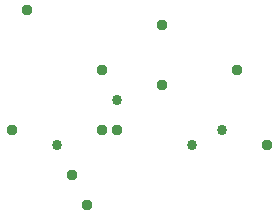
<source format=gbs>
G04 EAGLE Gerber RS-274X export*
G75*
%MOMM*%
%FSLAX34Y34*%
%LPD*%
%INBottom Solder Mask*%
%IPPOS*%
%AMOC8*
5,1,8,0,0,1.08239X$1,22.5*%
G01*
%ADD10C,0.859600*%
%ADD11C,0.959600*%


D10*
X101600Y101600D03*
X50800Y63500D03*
X165100Y63500D03*
X190500Y76200D03*
D11*
X88900Y76200D03*
X88900Y127000D03*
X139700Y165100D03*
X139700Y114300D03*
X203200Y127000D03*
X228600Y63500D03*
X101600Y76200D03*
X63500Y38100D03*
X76200Y12700D03*
X25400Y177800D03*
X12700Y76200D03*
M02*

</source>
